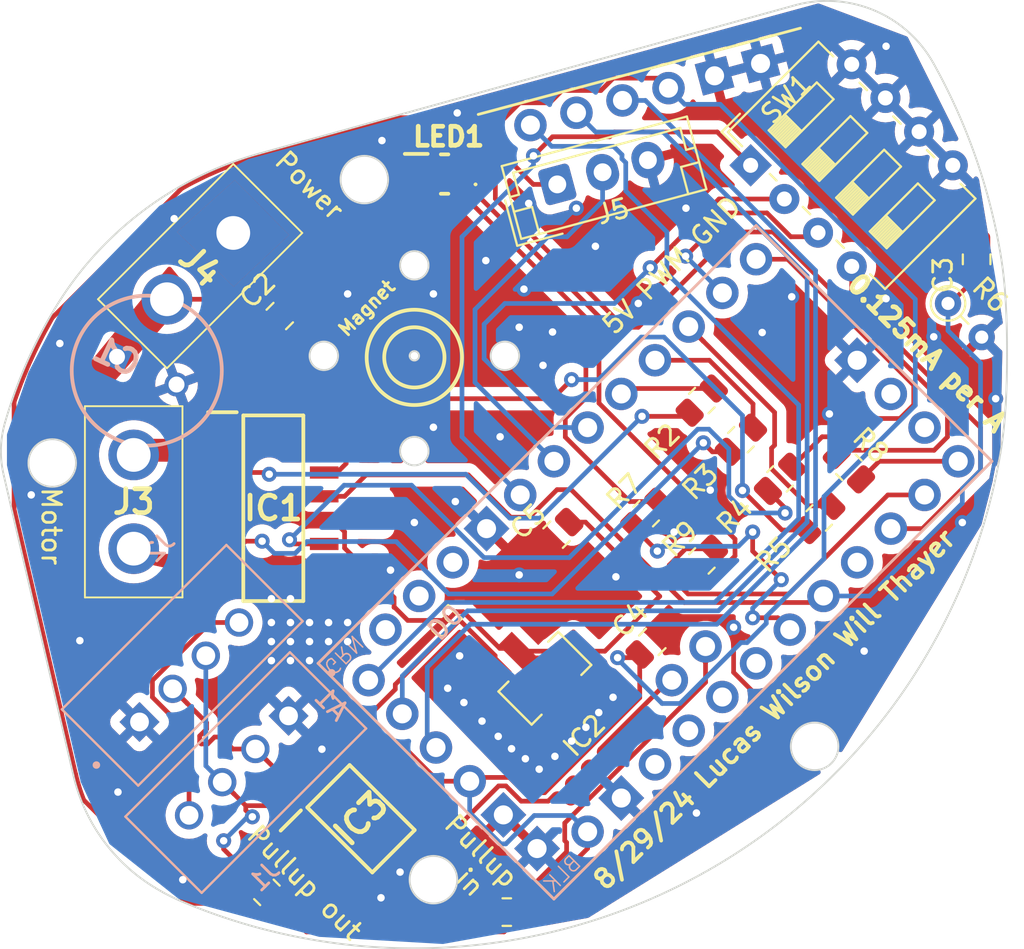
<source format=kicad_pcb>
(kicad_pcb (version 20240108) (generator "pcbnew") (generator_version "8.0")
  (layers (0 "F.Cu" signal) (31 "B.Cu" signal) (34 "B.Paste" user) (35 "F.Paste" user) (36 "B.SilkS" user "B.Silkscreen") (37 "F.SilkS" user "F.Silkscreen") (38 "B.Mask" user) (39 "F.Mask" user) (44 "Edge.Cuts" user))
  (net 0 "")
  (net 1 "GND")
  (net 2 "/OUTA")
  (net 3 "Net-(IC1-INA)")
  (net 4 "+24V")
  (net 5 "Net-(IC1-INB)")
  (net 6 "/OUTB")
  (net 7 "Net-(IC1-PWM)")
  (net 8 "+5V")
  (net 9 "Net-(IC1-SEL0)")
  (net 10 "Net-(A1-A4{slash}SDA)")
  (net 11 "Net-(A1-A5{slash}SCL)")
  (net 12 "Net-(IC1-CS)")
  (net 14 "Net-(A1-PadD5)")
  (net 15 "Net-(A1-PadD6)")
  (net 16 "Net-(A1-PadD9)")
  (net 17 "Net-(A1-PadD7)")
  (net 27 "Net-(A1-PadA1)")
  (net 28 "Net-(A1-D11_MOSI)")
  (net 29 "Net-(A1-D10_CS)")
  (net 30 "Net-(A1-D3_INT1)")
  (net 31 "Net-(LED1-K_RED)")
  (net 32 "Net-(LED1-K_BLUE)")
  (net 33 "Net-(LED1-K_GREEN)")
  (net 36 "Net-(IC3-LY)")
  (net 37 "Net-(IC3-SY)")
  (net 38 "Net-(A1-PadRXI)")
  (net 39 "Net-(A1-PadTXO)")
  (net 40 "Net-(A1-~{DTR})")
  (net 41 "Net-(J1-Pad4)")
  (net 42 "Net-(A1-D2_INT0)")
  (net 43 "Net-(A1-D12_MISO)")
  (net 44 "Net-(A1-PadD8)")
  (net 45 "Net-(A1-PadD4)")
  (footprint "SamacSys_Parts:XT30PB" (layer "F.Cu") (at 128.27 72.4408 -45)
    (property "Reference" "J4")
    (property "Value" "XT30PB" (hide yes))
  )
  (footprint "Resistor_SMD:R_0805_2012Metric" (layer "F.Cu") (at 157.4158 85.5543 45)
    (property "Reference" "R4")
    (property "Value" "1k")
  )
  (footprint "Connector_JST:JST_EH_B3B-EH-A_1x03_P2.50mm_Vertical" (layer "F.Cu") (at 145.542 69.85 15)
    (property "Reference" "J5")
    (property "Value" "Conn_01x03_Pin")
  )
  (footprint "Resistor_SMD:R_0805_2012Metric" (layer "F.Cu") (at 153.2484 89.9312 45)
    (property "Reference" "R9")
    (property "Value" "300" (hide yes))
  )
  (footprint "Resistor_SMD:R_0805_2012Metric" (layer "F.Cu") (at 153.2439 81.3823 -135)
    (property "Reference" "R2")
    (property "Value" "1k")
  )
  (footprint "Capacitor_SMD:C_0805_2012Metric" (layer "F.Cu") (at 145.502551 88.533049 45)
    (property "Reference" "C5")
    (property "Value" "470nF")
  )
  (footprint "Capacitor_SMD:C_0805_2012Metric" (layer "F.Cu") (at 130.7478 76.8718 45)
    (property "Reference" "C2")
    (property "Value" "100nF")
  )
  (footprint "Resistor_THT:R_Axial_DIN0204_L3.6mm_D1.6mm_P2.54mm_Vertical" (layer "F.Cu") (at 166.37 76.2 -45)
    (property "Reference" "R6")
    (property "Value" "Rsense")
  )
  (footprint "SamacSys_Parts:SOIC127P600X175-16N" (layer "F.Cu") (at 130.4036 87.122)
    (property "Reference" "IC1")
    (property "Value" "VNH7100BASTR" (hide yes))
  )
  (footprint "Resistor_SMD:R_0805_2012Metric" (layer "F.Cu") (at 155.3298 83.4683 -135)
    (property "Reference" "R3")
    (property "Value" "1k")
  )
  (footprint "Resistor_SMD:R_0805_2012Metric" (layer "F.Cu") (at 161.0868 84.9376 -45)
    (property "Reference" "R8")
    (property "Value" "220" (hide yes))
  )
  (footprint "Library:Clone_Pro_Mini_Header" (layer "F.Cu") (at 154.1882 79.7656 15)
    (property "Reference" "A2" (hide yes))
    (property "Value" "Clone_Pro_Mini_Header" (hide yes))
  )
  (footprint "Resistor_SMD:R_0805_2012Metric" (layer "F.Cu") (at 130.0632 107.6096 -45)
    (property "Reference" "R11" (hide yes))
    (property "Value" "15k")
  )
  (footprint "Library:VREG_TL431CPK" (layer "F.Cu") (at 144.7038 96.012 -135)
    (property "Reference" "IC2")
    (property "Value" "CJ79L05")
  )
  (footprint "Resistor_SMD:R_0805_2012Metric" (layer "F.Cu") (at 159.5018 87.6402 45)
    (property "Reference" "R5")
    (property "Value" "1k")
  )
  (footprint "Capacitor_SMD:C_0805_2012Metric" (layer "F.Cu") (at 150.607951 94.248049 45)
    (property "Reference" "C4")
    (property "Value" ".1uF")
  )
  (footprint "Resistor_SMD:R_0805_2012Metric" (layer "F.Cu") (at 150.2816 87.4116 45)
    (property "Reference" "R7")
    (property "Value" "220")
  )
  (footprint "SamacSys_Parts:NHB2020RGBAHF" (layer "F.Cu") (at 139.534 69.3)
    (property "Reference" "LED1")
    (property "Value" "NH-B2020RGBA-HF" (hide yes))
  )
  (footprint "Capacitor_SMD:C_0805_2012Metric" (layer "F.Cu") (at 167.894 73.847999 90)
    (property "Reference" "C3")
    (property "Value" "10nF")
  )
  (footprint "Button_Switch_THT:SW_DIP_SPSTx04_Slide_6.7x11.72mm_W7.62mm_P2.54mm_LowProfile" (layer "F.Cu") (at 155.847693 68.834 45)
    (property "Reference" "SW1")
    (property "Value" "SW_DIP_x04")
  )
  (footprint "SamacSys_Parts:XT30PB" (layer "F.Cu") (at 122.9614 84.2792)
    (property "Reference" "J3")
    (property "Value" "XT30PB" (hide yes))
  )
  (footprint "Resistor_SMD:R_0805_2012Metric" (layer "F.Cu") (at 142.8496 108.6612 180)
    (property "Reference" "R10" (hide yes))
    (property "Value" "4.7k")
  )
  (footprint "SamacSys_Parts:SOIC127P600X175-8N" (layer "F.Cu") (at 135.0772 103.6828 45)
    (property "Reference" "IC3")
    (property "Value" "P82B715DR" (hide yes))
  )
  (footprint "SamacSys_Parts:CAPPRD350W65D800H1300" (layer "B.Cu") (at 122.0724 79.0448 -25)
    (property "Reference" "C1")
    (property "Value" "EEU-FK1E271" (hide yes))
  )
  (footprint "Library:JST_B4B-XH-A_LF__SN_" (layer "B.Cu") (at 125.5519 95.4984 -135)
    (property "Reference" "J2")
    (property "Value" "B4B-XH-A_LF__SN_" (hide yes))
  )
  (footprint "arduino-library:Clone_Pro_Mini_Socket" (layer "B.Cu") (at 150.7496 90.0063 -45)
    (property "Reference" "A1")
    (property "Value" "Arduino_Mini_Header" (hide yes))
  )
  (footprint "Library:JST_B4B-XH-A_LF__SN_" (layer "B.Cu") (at 128.936 101.2193 45)
    (property "Reference" "J1")
    (property "Value" "B4B-XH-A_LF__SN_" (hide yes))
  )
  (gr_line (start 168.91 84.328) (end 168.656 85.598) (stroke (width 0.2)) (layer "F.Cu") (net 1))
  (gr_line (start 168.656 85.598) (end 168.91 84.328) (stroke (width 0.2)) (layer "B.Cu") (net 1))
  (gr_circle (center 137.922 79.076437) (end 140.462 78.994) (stroke (width 0.2)) (fill none) (layer "F.SilkS"))
  (gr_circle (center 137.922 79.076437) (end 139.528437 79.076437) (stroke (width 0.2)) (fill none) (layer "F.SilkS"))
  (gr_line (start 138.6332 68.2244) (end 137.414 68.2244) (stroke (width 0.2)) (layer "F.SilkS"))
  (gr_arc (start 158.193494 60.301978) (mid 162.429114 60.568514) (end 165.594397 63.395616) (stroke (width 0.1)) (layer "Edge.Cuts"))
  (gr_circle (center 137.922 74.168) (end 138.684 74.168) (stroke (width 0.1)) (fill none) (layer "Edge.Cuts"))
  (gr_arc (start 165.594398 63.395616) (mid 167.811397 68.312121) (end 169.164 73.533) (stroke (width 0.1)) (layer "Edge.Cuts"))
  (gr_arc (start 123.850392 107.206344) (mid 121.232793 104.689188) (end 119.75093 101.373772) (stroke (width 0.1)) (layer "Edge.Cuts"))
  (gr_circle (center 135.255 69.596) (end 136.525 69.596) (stroke (width 0.1)) (fill none) (layer "Edge.Cuts"))
  (gr_circle (center 138.938 106.934) (end 140.208 106.934) (stroke (width 0.1)) (fill none) (layer "Edge.Cuts"))
  (gr_circle (center 137.922 84.074) (end 138.684 84.074) (stroke (width 0.1)) (fill none) (layer "Edge.Cuts"))
  (gr_circle (center 142.748 78.994) (end 143.51 78.994) (stroke (width 0.1)) (fill none) (layer "Edge.Cuts"))
  (gr_circle (center 118.618 84.709) (end 119.888 84.709) (stroke (width 0.1)) (fill none) (layer "Edge.Cuts"))
  (gr_line (start 119.75093 101.373772) (end 116.027329 85.326842) (stroke (width 0.1)) (layer "Edge.Cuts"))
  (gr_arc (start 116.027329 85.326842) (mid 115.88691 83.937977) (end 116.100667 82.558494) (stroke (width 0.1)) (layer "Edge.Cuts"))
  (gr_arc (start 118.741955 76.501782) (mid 123.400806 71.306767) (end 129.653238 68.208353) (stroke (width 0.1)) (layer "Edge.Cuts"))
  (gr_arc (start 116.101807 82.554546) (mid 117.225046 79.442303) (end 118.741955 76.501775) (stroke (width 0.1)) (layer "Edge.Cuts"))
  (gr_circle (center 133.096 78.994) (end 133.858 78.994) (stroke (width 0.1)) (fill none) (layer "Edge.Cuts"))
  (gr_arc (start 125.544806 108.101913) (mid 124.67804 107.691135) (end 123.850392 107.206344) (stroke (width 0.1)) (layer "Edge.Cuts"))
  (gr_curve (pts (xy 169.164 84.175072) (xy 169.4499 82.493814) (xy 169.515989 80.724816) (xy 169.515989 78.854036)) (stroke (width 0.1)) (layer "Edge.Cuts"))
  (gr_curve (pts (xy 169.515989 78.854036) (xy 169.515989 76.983256) (xy 169.4499 75.214258) (xy 169.164 73.533)) (stroke (width 0.1)) (layer "Edge.Cuts"))
  (gr_circle (center 137.922 78.994) (end 138.176 78.994) (stroke (width 0.1)) (fill none) (layer "Edge.Cuts"))
  (gr_arc (start 169.164 84.175072) (mid 153.138084 106.682278) (end 125.544806 108.101913) (stroke (width 0.1)) (layer "Edge.Cuts"))
  (gr_circle (center 159.258 99.822) (end 160.528 99.822) (stroke (width 0.1)) (fill none) (layer "Edge.Cuts"))
  (gr_line (start 129.653238 68.208353) (end 158.193504 60.302014) (stroke (width 0.1)) (layer "Edge.Cuts"))
  (gr_text "Power" (at 132.334 69.9008 -45) (layer "F.SilkS") (effects (font (size 1 1))))
  (gr_text "Magnet" (at 135.382 76.454 45) (layer "F.SilkS") (effects (font (size 0.7 0.7))))
  (gr_text "Pullup out\n" (at 132.08 107.0864 -45) (layer "F.SilkS") (effects (font (size 1 1))))
  (gr_text "Motor" (at 118.5672 88.0872 270) (layer "F.SilkS") (effects (font (size 1 1))))
  (gr_text "Pullup\n  in\n" (at 140.9192 105.9688 315) (layer "F.SilkS") (effects (font (size 1 1))))
  (gr_text "5V PWM GND" (at 151.638 74.168 45) (layer "F.SilkS") (effects (font (size 1 1))))
  (gr_text "0.125mA per A\n" (at 160.782 75.184 315) (layer "F.SilkS") (effects (font (size 0.992 0.992) (thickness 0.248) (bold yes)) (justify left bottom)))
  (gr_text "8/29/24 Lucas Wilson Will Thayer\n" (at 148.082 107.696 45) (layer "F.SilkS") (effects (font (size 1 1) (thickness 0.2) (bold yes)) (justify left bottom)))
  (segment (start 154.94 95.877635) (end 157.106365 98.044) (width 0.25) (layer "F.Cu") (net 1))
  (segment (start 157.106365 98.044) (end 157.48 98.044) (width 0.25) (layer "F.Cu") (net 1))
  (segment (start 154.94 93.472) (end 154.94 95.877635) (width 0.25) (layer "F.Cu") (net 1))
  (via (at 161.8996 94.742) (size 0.8) (drill 0.4) (layers "F.Cu" "B.Cu") (net 1))
  (via (at 167.132 87.884) (size 0.8) (drill 0.4) (layers "F.Cu" "B.Cu") (net 1))
  (via (at 163.068 62.484) (size 0.8) (drill 0.4) (layers "F.Cu" "B.Cu") (net 1))
  (via (at 160.0454 82.0928) (size 0.8) (drill 0.4) (layers "F.Cu" "B.Cu") (net 1))
  (via (at 138.938 82.804) (size 0.8) (drill 0.4) (layers "F.Cu" "B.Cu") (net 1))
  (via (at 133.349999 94.234) (size 0.8) (drill 0.4) (layers "F.Cu" "B.Cu") (net 1))
  (via (at 132.334 93.218001) (size 0.8) (drill 0.4) (layers "F.Cu" "B.Cu") (net 1))
  (via (at 134.365999 93.218) (size 0.8) (drill 0.4) (layers "F.Cu" "B.Cu") (net 1))
  (via (at 117.5 86.4108) (size 0.8) (drill 0.4) (layers "F.Cu" "B.Cu") (net 1))
  (via (at 125.578 106.934) (size 0.8) (drill 0.4) (layers "F.Cu" "B.Cu") (net 1))
  (via (at 130.302 94.234) (size 0.8) (drill 0.4) (layers "F.Cu" "B.Cu") (net 1))
  (via (at 134.366 75.692) (size 0.8) (drill 0.4) (layers "F.Cu" "B.Cu") (net 1))
  (via (at 134.366 94.234) (size 0.8) (drill 0.4) (layers "F.Cu" "B.Cu") (net 1))
  (via (at 144.78 79.502) (size 0.8) (drill 0.4) (layers "F.Cu" "B.Cu") (net 1))
  (via (at 168.91 81.28) (size 0.8) (drill 0.4) (layers "F.Cu" "B.Cu") (net 1))
  (via (at 152.4 71.12) (size 0.8) (drill 0.4) (layers "F.Cu" "B.Cu") (net 1))
  (via (at 140.208 66.04) (size 0.8) (drill 0.4) (layers "F.Cu" "B.Cu") (net 1))
  (via (at 151.765 88.392) (size 0.8) (drill 0.4) (layers "F.Cu" "B.Cu") (net 1))
  (via (at 131.318 95.25) (size 0.8) (drill 0.4) (layers "F.Cu" "B.Cu") (net 1))
  (via (at 132.334 94.234) (size 0.8) (drill 0.4) (layers "F.Cu" "B.Cu") (net 1))
  (via (at 136.652 90.424) (size 0.8) (drill 0.4) (layers "F.Cu" "B.Cu") (net 1))
  (via (at 130.302 91.948) (size 0.8) (drill 0.4) (layers "F.Cu" "B.Cu") (net 1))
  (via (at 148.6662 90.7796) (size 0.8) (drill 0.4) (layers "F.Cu" "B.Cu") (net 1))
  (via (at 149.86 76.2) (size 0.8) (drill 0.4) (layers "F.Cu" "B.Cu") (net 1))
  (via (at 125.12 71.6788) (size 0.8) (drill 0.4) (layers "F.Cu" "B.Cu") (net 1))
  (via (at 133.35 93.218) (size 0.8) (drill 0.4) (layers "F.Cu" "B.Cu") (net 1))
  (via (at 143.51 90.678) (size 0.8) (drill 0.4) (layers "F.Cu" "B.Cu") (net 1))
  (via (at 137.922 87.884) (size 0.8) (drill 0.4) (layers "F.Cu" "B.Cu") (net 1))
  (via (at 132.334 95.249999) (size 0.8) (drill 0.4) (layers "F.Cu" "B.Cu") (net 1))
  (via (at 146.558 71.12) (size 0.8) (drill 0.4) (layers "F.Cu" "B.Cu") (net 1))
  (via (at 153.6954 86.1568) (size 0.8) (drill 0.4) (layers "F.Cu" "B.Cu") (net 1))
  (via (at 120.091 94.1832) (size 0.8) (drill 0.4) (layers "F.Cu" "B.Cu") (net 1))
  (via (at 163.068 75.946) (size 0.8) (drill 0.4) (layers "F.Cu" "B.Cu") (net 1))
  (via (at 142.494 83.312) (size 0.8) (drill 0.4) (layers "F.Cu" "B.Cu") (net 1))
  (via (at 143.51 77.47) (size 0.8) (drill 0.4) (layers "F.Cu" "B.Cu") (net 1))
  (via (at 131.318 93.218) (size 0.8) (drill 0.4) (layers "F.Cu" "B.Cu") (net 1))
  (via (at 165.608 77.978) (size 0.8) (drill 0.4) (layers "F.Cu" "B.Cu") (net 1))
  (via (at 119.024 78.3336) (size 0.8) (drill 0.4) (layers "F.Cu" "B.Cu") (net 1))
  (via (at 156.464 77.7494) (size 0.8) (drill 0.4) (layers "F.Cu" "B.Cu") (net 1))
  (via (at 141.732 73.914) (size 0.8) (drill 0.4) (layers "F.Cu" "B.Cu") (net 1))
  (via (at 144.018 70.866) (size 0.8) (drill 0.4) (layers "F.Cu" "B.Cu") (net 1))
  (via (at 152.959 103.378) (size 0.8) (drill 0.4) (layers "F.Cu" "B.Cu") (net 1))
  (via (at 132.994 99.9744) (size 0.8) (drill 0.4) (layers "F.Cu" "B.Cu") (net 1))
  (via (at 130.302001 93.218) (size 0.8) (drill 0.4) (layers "F.Cu" "B.Cu") (net 1))
  (via (at 130.302001 95.25) (size 0.8) (drill 0.4) (layers "F.Cu" "B.Cu") (net 1))
  (via (at 138.938 75.692) (size 0.8) (drill 0.4) (layers "F.Cu" "B.Cu") (net 1))
  (via (at 158.0388 75.8444) (size 0.8) (drill 0.4) (layers "F.Cu" "B.Cu") (net 1))
  (via (at 131.318001 94.234) (size 0.8) (drill 0.4) (layers "F.Cu" "B.Cu") (net 1))
  (via (at 147.574 73.152) (size 0.8) (drill 0.4) (layers "F.Cu" "B.Cu") (net 1))
  (via (at 143.764 75.438) (size 0.8) (drill 0.4) (layers "F.Cu" "B.Cu") (net 1))
  (via (at 136.144 107.899) (size 0.8) (drill 0.4) (layers "F.Cu" "B.Cu") (net 1))
  (via (at 131.318 91.948) (size 0.8) (drill 0.4) (layers "F.Cu" "B.Cu") (net 1))
  (via (at 140.1064 86.7664) (size 0.8) (drill 0.4) (layers "F.Cu" "B.Cu") (net 1))
  (via (at 145.288 77.724) (size 0.8) (drill 0.4) (layers "F.Cu" "B.Cu") (net 1))
  (via (at 136.195 67.5132) (size 0.8) (drill 0.4) (layers "F.Cu" "B.Cu") (net 1))
  (via (at 137.16 106.528) (size 0.8) (drill 0.4) (layers "F.Cu" "B.Cu") (net 1))
  (via (at 122.123 102.26) (size 0.8) (drill 0.4) (layers "F.Cu" "B.Cu") (net 1))
  (via (at 154.94 93.472) (size 0.8) (drill 0.4) (layers "F.Cu" "B.Cu") (net 1))
  (segment (start 127.692 85.217) (end 130.093 85.217) (width 0.25) (layer "F.Cu") (net 3))
  (segment (start 152.5988 82.0276) (end 152.5987 82.0275) (width 0.25) (layer "F.Cu") (net 3))
  (segment (start 152.404 82.2224) (end 152.599 82.0276) (width 0.25) (layer "F.Cu") (net 3))
  (segment (start 130.093 85.217) (end 130.186 85.3104) (width 0.25) (layer "F.Cu") (net 3))
  (segment (start 150.058 82.2224) (end 152.404 82.2224) (width 0.25) (layer "F.Cu") (net 3))
  (segment (start 152.599 82.0276) (end 152.5988 82.0276) (width 0.25) (layer "F.Cu") (net 3))
  (segment (start 127.6916 85.217) (end 127.692 85.217) (width 0.25) (layer "F.Cu") (net 3))
  (via (at 150.058 82.2224) (size 0.8) (drill 0.4) (layers "F.Cu" "B.Cu") (net 3))
  (via (at 130.186 85.3104) (size 0.8) (drill 0.4) (layers "F.Cu" "B.Cu") (net 3))
  (segment (start 144.631 87.649) (end 150.058 82.2224) (width 0.25) (layer "B.Cu") (net 3))
  (segment (start 130.186 85.3104) (end 140.666 85.3104) (width 0.25) (layer "B.Cu") (net 3))
  (segment (start 140.666 85.3104) (end 143.005 87.649) (width 0.25) (layer "B.Cu") (net 3))
  (segment (start 143.005 87.649) (end 144.631 87.649) (width 0.25) (layer "B.Cu") (net 3))
  (segment (start 136.873525 92.409802) (end 136.8418 92.409802) (width 0.25) (layer "F.Cu") (net 4))
  (segment (start 130.076 77.5436) (end 128.509 75.9763) (width 0.25) (layer "F.Cu") (net 4))
  (segment (start 136.8418 91.8838) (end 134.2031 89.2451) (width 0.25) (layer "F.Cu") (net 4))
  (segment (start 139.683537 93.106067) (end 137.56979 93.106067) (width 0.25) (layer "F.Cu") (net 4))
  (segment (start 143.289586 94.597786) (end 142.478182 94.597786) (width 0.25) (layer "F.Cu") (net 4))
  (segment (start 143.437809 94.746009) (end 143.289586 94.597786) (width 0.25) (layer "F.Cu") (net 4))
  (segment (start 134.2031 89.2451) (end 134.2031 88.377) (width 0.25) (layer "F.Cu") (net 4))
  (segment (start 147.043298 87.861298) (end 151.003 91.821) (width 0.25) (layer "F.Cu") (net 4))
  (segment (start 133.5831 87.757) (end 133.116 87.757) (width 0.25) (layer "F.Cu") (net 4))
  (segment (start 140.148604 92.641) (end 139.683537 93.106067) (width 0.25) (layer "F.Cu") (net 4))
  (segment (start 146.66 96.774) (end 146.66 96.7738) (width 0.25) (layer "F.Cu") (net 4))
  (segment (start 148.077991 94.746009) (end 143.437809 94.746009) (width 0.25) (layer "F.Cu") (net 4))
  (segment (start 137.56979 93.106067) (end 136.873525 92.409802) (width 0.25) (layer "F.Cu") (net 4))
  (segment (start 146.492 96.6068) (end 146.66 96.7738) (width 0.25) (layer "F.Cu") (net 4))
  (segment (start 142.478182 94.597786) (end 140.521396 92.641) (width 0.25) (layer "F.Cu") (net 4))
  (segment (start 124.7345 75.9763) (end 124.734 75.9763) (width 0.25) (layer "F.Cu") (net 4))
  (segment (start 140.521396 92.641) (end 140.148604 92.641) (width 0.25) (layer "F.Cu") (net 4))
  (segment (start 146.174302 87.861298) (end 147.043298 87.861298) (width 0.25) (layer "F.Cu") (net 4))
  (segment (start 146.66 96.7738) (end 146.66 96.774) (width 0.25) (layer "F.Cu") (net 4))
  (segment (start 146.6596 96.774) (end 146.66 96.774) (width 0.25) (layer "F.Cu") (net 4))
  (segment (start 128.509 75.9763) (end 124.7345 75.9763) (width 0.25) (layer "F.Cu") (net 4))
  (segment (start 134.2031 88.377) (end 133.5831 87.757) (width 0.25) (layer "F.Cu") (net 4))
  (segment (start 136.8418 92.409802) (end 136.8418 91.8838) (width 0.25) (layer "F.Cu") (net 4))
  (segment (start 151.003 91.821) (end 148.077991 94.746009) (width 0.25) (layer "F.Cu") (net 4))
  (via (at 147.066 98.806) (size 0.8) (drill 0.4) (layers "F.Cu" "B.Cu") (net 4))
  (via (at 139.7 96.7232) (size 0.8) (drill 0.4) (layers "F.Cu" "B.Cu") (net 4))
  (via (at 144.5768 101.0412) (size 0.8) (drill 0.4) (layers "F.Cu" "B.Cu") (net 4))
  (via (at 146.304 99.5426) (size 0.8) (drill 0.4) (layers "F.Cu" "B.Cu") (net 4))
  (via (at 141.5288 98.4758) (size 0.8) (drill 0.4) (layers "F.Cu" "B.Cu") (net 4))
  (via (at 143.8402 100.4824) (size 0.8) (drill 0.4) (layers "F.Cu" "B.Cu") (net 4))
  (via (at 140.335 94.996) (size 0.8) (drill 0.4) (layers "F.Cu" "B.Cu") (net 4))
  (via (at 148.5138 97.2058) (size 0.8) (drill 0.4) (layers "F.Cu" "B.Cu") (net 4))
  (via (at 143.1036 99.949) (size 0.8) (drill 0.4) (layers "F.Cu" "B.Cu") (net 4))
  (via (at 140.5636 97.4852) (size 0.8) (drill 0.4) (layers "F.Cu" "B.Cu") (net 4))
  (via (at 142.3924 99.2886) (size 0.8) (drill 0.4) (layers "F.Cu" "B.Cu") (net 4))
  (via (at 145.415 100.3554) (size 0.8) (drill 0.4) (layers "F.Cu" "B.Cu") (net 4))
  (via (at 147.7518 98.0186) (size 0.8) (drill 0.4) (layers "F.Cu" "B.Cu") (net 4))
  (segment (start 127.692 89.027) (end 127.6916 89.027) (width 0.25) (layer "F.Cu") (net 5))
  (segment (start 153.807 84.1135) (end 154.6846 84.1135) (width 0.25) (layer "F.Cu") (net 5))
  (segment (start 128.781 89.027) (end 127.692 89.027) (width 0.25) (layer "F.Cu") (net 5))
  (segment (start 153.327 83.6335) (end 153.807 84.1135) (width 0.25) (layer "F.Cu") (net 5))
  (segment (start 154.6846 84.1135) (end 154.685 84.1135) (width 0.25) (layer "F.Cu") (net 5))
  (segment (start 129.808 88.8793) (end 128.929 88.8793) (width 0.25) (layer "F.Cu") (net 5))
  (segment (start 128.929 88.8793) (end 128.781 89.027) (width 0.25) (layer "F.Cu") (net 5))
  (via (at 153.327 83.6335) (size 0.8) (drill 0.4) (layers "F.Cu" "B.Cu") (net 5))
  (via (at 129.808 88.8793) (size 0.8) (drill 0.4) (layers "F.Cu" "B.Cu") (net 5))
  (segment (start 132.197205 88.9) (end 136.955825 88.9) (width 0.25) (layer "B.Cu") (net 5))
  (segment (start 136.955825 88.9) (end 139.749825 91.694) (width 0.25) (layer "B.Cu") (net 5))
  (segment (start 131.567505 89.5297) (end 132.197205 88.9) (width 0.25) (layer "B.Cu") (net 5))
  (segment (start 129.808 88.8793) (end 130.4584 89.5297) (width 0.25) (layer "B.Cu") (net 5))
  (segment (start 139.749825 91.694) (end 145.2665 91.694) (width 0.25) (layer "B.Cu") (net 5))
  (segment (start 130.4584 89.5297) (end 131.567505 89.5297) (width 0.25) (layer "B.Cu") (net 5))
  (segment (start 145.2665 91.694) (end 153.327 83.6335) (width 0.25) (layer "B.Cu") (net 5))
  (segment (start 133.1156 89.027) (end 131.445 89.027) (width 0.25) (layer "F.Cu") (net 7))
  (segment (start 131.2672 88.8492) (end 131.2672 88.8047) (width 0.25) (layer "F.Cu") (net 7))
  (segment (start 131.445 89.027) (end 131.2672 88.8492) (width 0.25) (layer "F.Cu") (net 7))
  (segment (start 157.6832 87.376) (end 157.6832 87.11217) (width 0.25) (layer "F.Cu") (net 7))
  (segment (start 157.6832 87.11217) (end 156.770565 86.199535) (width 0.25) (layer "F.Cu") (net 7))
  (via (at 131.2672 88.8047) (size 0.8) (drill 0.4) (layers "F.Cu" "B.Cu") (net 7))
  (via (at 157.6832 87.376) (size 0.8) (drill 0.4) (layers "F.Cu" "B.Cu") (net 7))
  (segment (start 154.686 83.967195) (end 154.686 86.476105) (width 0.25) (layer "B.Cu") (net 7))
  (segment (start 153.624405 82.9056) (end 154.686 83.967195) (width 0.25) (layer "B.Cu") (net 7))
  (segment (start 155.585895 87.376) (end 157.6832 87.376) (width 0.25) (layer "B.Cu") (net 7))
  (segment (start 134.175989 85.895911) (end 137.77407 85.895911) (width 0.25) (layer "B.Cu") (net 7))
  (segment (start 131.2672 88.8047) (end 134.175989 85.895911) (width 0.25) (layer "B.Cu") (net 7))
  (segment (start 153.029595 82.9056) (end 153.624405 82.9056) (width 0.25) (layer "B.Cu") (net 7))
  (segment (start 154.686 86.476105) (end 155.585895 87.376) (width 0.25) (layer "B.Cu") (net 7))
  (segment (start 137.77407 85.895911) (end 141.634723 89.756564) (width 0.25) (layer "B.Cu") (net 7))
  (segment (start 141.634723 89.756564) (end 146.178631 89.756564) (width 0.25) (layer "B.Cu") (net 7))
  (segment (start 146.178631 89.756564) (end 153.029595 82.9056) (width 0.25) (layer "B.Cu") (net 7))
  (segment (start 129.74369 68.313003) (end 129.740487 68.31874) (width 0.25) (layer "F.Cu") (net 8))
  (segment (start 118.158184 77.797387) (end 117.734463 78.637817) (width 0.25) (layer "F.Cu") (net 8))
  (segment (start 136.906 96.780812) (end 135.647128 98.039684) (width 0.25) (layer "F.Cu") (net 8))
  (segment (start 135.647128 98.039684) (end 135.647128 100.418795) (width 0.25) (layer "F.Cu") (net 8))
  (segment (start 143.746 108.678) (end 143.754 108.6695) (width 0.25) (layer "F.Cu") (net 8))
  (segment (start 130.7084 108.2548) (end 130.708 108.2548) (width 0.25) (layer "F.Cu") (net 8))
  (segment (start 143.746 108.678) (end 143.754 108.6695) (width 0.25) (layer "F.Cu") (net 8))
  (segment (start 149.764037 95.091963) (end 149.9362 94.9198) (width 0.25) (layer "F.Cu") (net 8))
  (segment (start 120.120803 102.211689) (end 120.296018 102.682574) (width 0.25) (layer "F.Cu") (net 8))
  (segment (start 138.176 66.294) (end 137.031878 66.294) (width 0.25) (layer "F.Cu") (net 8))
  (segment (start 144.868 102.295208) (end 143.803225 102.295208) (width 0.25) (layer "F.Cu") (net 8))
  (segment (start 129.269116 68.452319) (end 128.440968 68.724652) (width 0.25) (layer "F.Cu") (net 8))
  (segment (start 143.696 108.727) (end 143.729 108.694) (width 0.25) (layer "F.Cu") (net 8))
  (segment (start 143.234 109.189) (end 143.498 108.925) (width 0.25) (layer "F.Cu") (net 8))
  (segment (start 127.627041 69.035827) (end 126.828793 69.385264) (width 0.25) (layer "F.Cu") (net 8))
  (segment (start 139.359 68.075) (end 138.684 68.75) (width 0.25) (layer "F.Cu") (net 8))
  (segment (start 143.63 108.793) (end 143.696 108.727) (width 0.25) (layer "F.Cu") (net 8))
  (segment (start 119.859279 101.2877) (end 119.864711 101.291026) (width 0.25) (layer "F.Cu") (net 8))
  (segment (start 142.988386 101.480369) (end 141.071582 101.480369) (width 0.25) (layer "F.Cu") (net 8))
  (segment (start 143.729 108.694) (end 143.746 108.678) (width 0.25) (layer "F.Cu") (net 8))
  (segment (start 143.754 108.6695) (end 143.762 108.661) (width 0.25) (layer "F.Cu") (net 8))
  (segment (start 125.595758 107.982314) (end 125.662494 108.010101) (width 0.25) (layer "F.Cu") (net 8))
  (segment (start 140.335 93.091) (end 136.906 96.52) (width 0.25) (layer "F.Cu") (net 8))
  (segment (start 143.746 108.678) (end 143.754 108.6695) (width 0.25) (layer "F.Cu") (net 8))
  (segment (start 130.708 108.2548) (end 130.708 108.255) (width 0.25) (layer "F.Cu") (net 8))
  (segment (start 143.696 108.727) (end 143.729 108.694) (width 0.25) (layer "F.Cu") (net 8))
  (segment (start 143.754 108.6695) (end 143.762 108.661) (width 0.25) (layer "F.Cu") (net 8))
  (segment (start 119.947659 101.635923) (end 120.120803 102.211689) (width 0.25) (layer "F.Cu") (net 8))
  (segment (start 143.729 108.694) (end 143.746 108.678) (width 0.25) (layer "F.Cu") (net 8))
  (segment (start 141.071582 101.480369) (end 140.871318 101.680633) (width 0.25) (layer "F.Cu") (net 8))
  (segment (start 125.662494 108.010101) (end 126.110375 108.196588) (width 0.25) (layer "F.Cu") (net 8))
  (segment (start 143.754 108.6695) (end 143.7621 108.6614) (width 0.25) (layer "F.Cu") (net 8))
  (segment (start 117.34221 79.493404) (end 116.98197 80.362967) (width 0.25) (layer "F.Cu") (net 8))
  (segment (start 143.498 108.925) (end 143.63 108.793) (width 0.25) (layer "F.Cu") (net 8))
  (segment (start 143.746 108.678) (end 143.754 108.6695) (width 0.25) (layer "F.Cu") (net 8))
  (segment (start 143.754 108.6695) (end 143.762 108.661) (width 0.25) (layer "F.Cu") (net 8))
  (segment (start 143.63 108.793) (end 143.696 108.727) (width 0.25) (layer "F.Cu") (net 8))
  (segment (start 143.729 108.694) (end 143.746 108.678) (width 0.25) (layer "F.Cu") (net 8))
  (segment (start 120.296018 102.682574) (end 125.595758 107.982314) (width 0.25) (layer "F.Cu") (net 8))
  (segment (start 138.684 68.75) (end 138.684 66.802) (width 0.25) (layer "F.Cu") (net 8))
  (segment (start 125.520202 70.065717) (end 118.612963 76.972956) (width 0.25) (layer "F.Cu") (net 8))
  (segment (start 135.6471 100.4188) (end 135.647 100.4189) (width 0.25) (layer "F.Cu") (net 8))
  (segment (start 137.031878 66.294) (end 129.74369 68.313003) (width 0.25) (layer "F.Cu") (net 8))
  (segment (start 126.828793 69.385264) (end 126.048005 69.772186) (width 0.25) (layer "F.Cu") (net 8))
  (segment (start 148.757343 95.091963) (end 149.764037 95.091963) (width 0.25) (layer "F.Cu") (net 8))
  (segment (start 141.859 67.183) (end 140.967 68.075) (width 0.25) (layer "F.Cu") (net 8))
  (segment (start 137.388315 99.878565) (end 139.190383 101.680633) (width 0.25) (layer "F.Cu") (net 8))
  (segment (start 129.740487 68.31874) (end 129.269116 68.452319) (width 0.25) (layer "F.Cu") (net 8))
  (segment (start 143.696 108.727) (end 143.729 108.694) (width 0.25) (layer "F.Cu") (net 8))
  (segment (start 149.9362 94.9198) (end 149.9362 97.227008) (width 0.25) (layer "F.Cu") (net 8))
  (segment (start 143.754 108.6695) (end 143.762 108.661) (width 0.25) (layer "F.Cu") (net 8))
  (segment (start 126.110375 108.196588) (end 130.650188 108.196588) (width 0.25) (layer "F.Cu") (net 8))
  (segment (start 136.187358 99.878565) (end 137.388315 99.878565) (width 0.25) (layer "F.Cu") (net 8))
  (segment (start 143.754 108.6695) (end 143.762 108.661) (width 0.25) (layer "F.Cu") (net 8))
  (segment (start 150.939325 64.184991) (end 148.524737 64.184991) (width 0.25) (layer "F.Cu") (net 8))
  (segment (start 130.708 108.255) (end 132.171 109.717) (width 0.25) (layer "F.Cu") (net 8))
  (segment (start 143.754 108.6695) (end 143.762 108.661) (width 0.25) (layer "F.Cu") (net 8))
  (segment (start 116.611709 87.292236) (end 117.522191 91.215975) (width 0.25) (layer "F.Cu") (net 8))
  (segment (start 117.734463 78.637817) (end 117.34221 79.493404) (width 0.25) (layer "F.Cu") (net 8))
  (segment (start 142.228926 95.658447) (end 142.228926 94.984926) (width 0.25) (layer "F.Cu") (net 8))
  (segment (start 143.63 108.793) (end 143.696 108.727) (width 0.25) (layer "F.Cu") (net 8))
  (segment (start 142.228926 94.984926) (end 140.335 93.091) (width 0.25) (layer "F.Cu") (net 8))
  (segment (start 143.63 108.793) (end 143.696 108.727) (width 0.25) (layer "F.Cu") (net 8))
  (segment (start 130.650188 108.196588) (end 130.708435 108.254835) (width 0.25) (layer "F.Cu") (net 8))
  (segment (start 145.796 64.842391) (end 145.1386 65.499791) (width 0.25) (layer "F.Cu") (net 8))
  (segment (start 136.906 96.52) (end 136.906 96.780812) (width 0.25) (layer "F.Cu") (net 8))
  (segment (start 147.1575 104.3747) (end 147.1578 104.375) (width 0.25) (layer "F.Cu") (net 8))
  (segment (start 143.746 108.678) (end 143.754 108.6695) (width 0.25) (layer "F.Cu") (net 8))
  (segment (start 140.871318 101.680633) (end 141.422767 101.680633) (width 0.25) (layer "F.Cu") (net 8))
  (segment (start 143.754 108.6695) (end 143.762 108.661) (width 0.25) (layer "F.Cu") (net 8))
  (segment (start 128.440968 68.724652) (end 127.627041 69.035827) (width 0.25) (layer "F.Cu") (net 8))
  (segment (start 116.586 81.45225) (end 116.586 87.181443) (width 0.25) (layer "F.Cu") (net 8))
  (segment (start 116.98197 80.362967) (end 116.654251 81.245276) (width 0.25) (layer "F.Cu") (net 8))
  (segment (start 118.612963 76.972956) (end 118.158184 77.797387) (width 0.25) (layer "F.Cu") (net 8))
  (segment (start 147.867337 64.842391) (end 145.796 64.842391) (width 0.25) (layer "F.Cu") (net 8))
  (segment (start 132.171 109.717) (end 142.706 109.717) (width 0.25) (layer "F.Cu") (net 8))
  (segment (start 116.654251 81.245276) (end 116.586 81.45225) (width 0.25) (layer "F.Cu") (net 8))
  (segment (start 143.803225 102.295208) (end 142.988386 101.480369) (width 0.25) (layer "F.Cu") (net 8))
  (segment (start 141.859 67.446305) (end 141.859 67.183) (width 0.25) (layer "F.Cu") (net 8))
  (segment (start 145.1386 65.499791) (end 143.542209 65.499791) (width 0.25) (layer "F.Cu") (net 8))
  (segment (start 143.696 108.727) (end 143.729 108.694) (width 0.25) (layer "F.Cu") (net 8))
  (segment (start 143.729 108.694) (end 143.746 108.678) (width 0.25) (layer "F.Cu") (net 8))
  (segment (start 143.7621 108.6614) (end 143.7621 108.6612) (width 0.25) (layer "F.Cu") (net 8))
  (segment (start 143.234 109.189) (end 143.498 108.925) (width 0.25) (layer "F.Cu") (net 8))
  (segment (start 142.706 109.717) (end 143.234 109.189) (width 0.25) (layer "F.Cu") (net 8))
  (segment (start 143.542209 65.499791) (end 141.859 67.183) (width 0.25) (layer "F.Cu") (net 8))
  (segment (start 117.522191 91.215975) (end 119.859279 101.2877) (width 0.25) (layer "F.Cu") (net 8))
  (segment (start 147.1578 104.375) (end 147.158 104.375) (width 0.25) (layer "F.Cu") (net 8))
  (segment (start 135.647 100.4189) (end 135.647 100.419) (width 0.25) (layer "F.Cu") (net 8))
  (segment (start 143.498 108.925) (end 143.63 108.793) (width 0.25) (layer "F.Cu") (net 8))
  (segment (start 139.190383 101.680633) (end 140.871318 101.680633) (width 0.25) (layer "F.Cu") (net 8))
  (segment (start 143.729 108.694) (end 143.746 108.678) (width 0.25) (layer "F.Cu") (net 8))
  (segment (start 147.158 105.266) (end 147.158 104.375) (width 0.25) (layer "F.Cu") (net 8))
  (segment (start 140.967 68.075) (end 139.359 68.075) (width 0.25) (layer "F.Cu") (net 8))
  (segment (start 143.762 108.661) (end 147.158 105.266) (width 0.25) (layer "F.Cu") (net 8))
  (segment (start 135.647128 100.418795) (end 136.187358 99.878565) (width 0.25) (layer "F.Cu") (net 8))
  (segment (start 144.262695 69.85) (end 141.859 67.446305) (width 0.25) (layer "F.Cu") (net 8))
  (segment (start 138.684 66.802) (end 138.176 66.294) (width 0.25) (layer "F.Cu") (net 8))
  (segment (start 143.696 108.727) (end 143.729 108.694) (width 0.25) (layer "F.Cu") (net 8))
  (segment (start 149.9362 97.227008) (end 144.868 102.295208) (width 0.25) (layer "F.Cu") (net 8))
  (segment (start 119.864711 101.291026) (end 119.947659 101.635923) (width 0.25) (layer "F.Cu") (net 8))
  (segment (start 143.746 108.678) (end 143.754 108.6695) (width 0.25) (layer "F.Cu") (net 8))
  (segment (start 143.498 108.925) (end 143.63 108.793) (width 0.25) (layer "F.Cu") (net 8))
  (segment (start 145.542 69.85) (end 144.262695 69.85) (width 0.25) (layer "F.Cu") (net 8))
  (segment (start 143.746 108.678) (end 143.754 108.6695) (width 0.25) (layer "F.Cu") (net 8))
  (segment (start 116.586 87.181443) (end 116.611709 87.292236) (width 0.25) (layer "F.Cu") (net 8))
  (segment (start 143.729 108.694) (end 143.746 108.678) (width 0.25) (layer "F.Cu") (net 8))
  (segment (start 151.470524 64.71619) (end 150.939325 64.184991) (width 0.25) (layer "F.Cu") (net 8))
  (segment (start 148.524737 64.184991) (end 147.867337 64.842391) (width 0.25) (layer "F.Cu") (net 8))
  (segment (start 126.048005 69.772186) (end 125.520202 70.065717) (width 0.25) (layer "F.Cu") (net 8))
  (via (at 148.757343 95.091963) (size 0.8) (drill 0.4) (layers "F.Cu" "B.Cu") (net 8))
  (segment (start 147.1575 104.3747) (end 147.1576 104.3746) (width 0.25) (layer "B.Cu") (net 8))
  (segment (start 147.157498 104.37471) (end 146.293899 103.511111) (width 0.25) (layer "B.Cu") (net 8))
  (segment (start 151.13 97.536) (end 148.685963 95.091963) (width 0.25) (layer "B.Cu") (net 8))
  (segment (start 159.7582 89.818999) (end 156.681 92.896199) (width 0.25) (layer "B.Cu") (net 8))
  (segment (start 148.685963 95.091963) (end 148.757343 95.091963) (width 0.25) (layer "B.Cu") (net 8))
  (segment (start 155.333317 94.287723) (end 152.08504 97.536) (width 0.25) (layer "B.Cu") (net 8))
  (segment (start 156.681 93.264305) (end 155.657582 94.287723) (width 0.25) (layer "B.Cu") (net 8))
  (segment (start 140.871318 103.361569) (end 140.871318 101.680633) (width 0.25) (layer "B.Cu") (net 8))
  (segment (start 164.625675 81.633495) (end 159.7582 86.50097) (width 0.25) (layer "B.Cu") (net 8))
  (segment (start 142.80199 105.022999) (end 142.532748 105.022999) (width 0.25) (layer "B.Cu") (net 8))
  (segment (start 151.470524 64.71619) (end 152.334123 65.579789) (width 0.25) (layer "B.Cu") (net 8))
  (segment (start 147.158 104.375) (end 147.1576 104.3746) (width 0.25) (layer "B.Cu") (net 8))
  (segment (start 159.7582 86.50097) (end 159.7582 89.818999) (width 0.25) (layer "B.Cu") (net 8))
  (segment (start 152.08504 97.536) (end 151.13 97.536) (width 0.25) (layer "B.Cu") (net 8))
  (segment (start 142.532748 105.022999) (end 140.871318 103.361569) (width 0.25) (layer "B.Cu") (net 8))
  (segment (start 164.625675 75.979675) (end 164.625675 81.633495) (width 0.25) (layer "B.Cu") (net 8))
  (segment (start 156.681 92.896199) (end 156.681 93.264305) (width 0.25) (layer "B.Cu") (net 8))
  (segment (start 155.657582 94.287723) (end 155.333317 94.287723) (width 0.25) (layer "B.Cu") (net 8))
  (segment (start 146.293899 103.511111) (end 144.313878 103.511111) (width 0.25) (layer "B.Cu") (net 8))
  (segment (start 144.313878 103.511111) (end 142.80199 105.022999) (width 0.25) (layer "B.Cu") (net 8))
  (segment (start 152.334123 65.579789) (end 154.225789 65.579789) (width 0.25) (layer "B.Cu") (net 8))
  (segment (start 154.225789 65.579789) (end 164.625675 75.979675) (width 0.25) (layer "B.Cu") (net 8))
  (segment (start 145.288 81.28) (end 136.652 81.28) (width 0.25) (layer "F.Cu") (net 9))
  (segment (start 136.652 81.28) (end 134.2878 83.6442) (width 0.25) (layer "F.Cu") (net 9))
  (segment (start 155.413 86.1778) (end 157.52 88.2854) (width 0.25) (layer "F.Cu") (net 9))
  (segment (start 146.304 80.264) (end 145.288 81.28) (width 0.25) (layer "F.Cu") (net 9))
  (segment (start 134.2878 83.6442) (end 134.2878 84.735378) (width 0.25) (layer "F.Cu") (net 9))
  (segment (start 133.806178 85.217) (end 133.1156 85.217) (width 0.25) (layer "F.Cu") (net 9))
  (segment (start 158.8566 88.2854) (end 158.857 88.2854) (width 0.25) (layer "F.Cu") (net 9))
  (segment (start 157.52 88.2854) (end 158.8566 88.2854) (width 0.25) (layer "F.Cu") (net 9))
  (segment (start 134.2878 84.735378) (end 133.806178 85.217) (width 0.25) (layer "F.Cu") (net 9))
  (via (at 146.304 80.264) (size 0.8) (drill 0.4) (layers "F.Cu" "B.Cu") (net 9))
  (via (at 155.413 86.1778) (size 0.8) (drill 0.4) (layers "F.Cu" "B.Cu") (net 9))
  (segment (start 151.228 77.9928) (end 155.413 82.1777) (width 0.25) (layer "B.Cu") (net 9))
  (segment (start 147.7468 80.264) (end 150.018 77.9928) (width 0.25) (layer "B.Cu") (net 9))
  (segment (start 155.413 82.1777) (end 155.413 86.1778) (width 0.25) (layer "B.Cu") (net 9))
  (segment (start 150.018 77.9928) (end 151.228 77.9928) (width 0.25) (layer "B.Cu") (net 9))
  (segment (start 146.304 80.264) (end 147.7468 80.264) (width 0.25) (layer "B.Cu") (net 9))
  (segment (start 133.6092 106.0488) (end 133.609 106.049) (width 0.25) (layer "F.Cu") (net 10))
  (segment (start 153.444 95.3616) (end 153.4437 95.3613) (width 0.25) (layer "F.Cu") (net 10))
  (segment (start 141.9371 108.4836) (end 141.9371 108.6612) (width 0.25) (layer "F.Cu") (net 10))
  (segment (start 146.038 104.949) (end 146.038 105.448) (width 0.25) (layer "F.Cu") (net 10))
  (segment (start 153.4437 95.3613) (end 153.4437 94.4964) (width 0.25) (layer "F.Cu") (net 10))
  (segment (start 141.937 108.306) (end 141.937 108.4835) (width 0.25) (layer "F.Cu") (net 10))
  (segment (start 145.939 104.85) (end 146.038 104.949) (width 0.25) (layer "F.Cu") (net 10))
  (segment (start 145.939 103.912) (end 145.939 104.85) (width 0.25) (layer "F.Cu") (net 10))
  (segment (start 153.444 96.4073) (end 148.011 101.84) (width 0.25) (layer "F.Cu") (net 10))
  (segment (start 143.892 107.594) (end 141.58 107.594) (width 0.25) (layer "F.Cu") (net 10))
  (segment (start 141.249 107.264) (end 139.263 105.277) (width 0.25) (layer "F.Cu") (net 10))
  (segment (start 153.444 94.4964) (end 153.444 95.3616) (width 0.25) (layer "F.Cu") (net 10))
  (segment (start 141.58 107.594) (end 141.249 107.264) (width 0.25) (layer "F.Cu") (net 10))
  (segment (start 141.937 108.129) (end 141.937 108.306) (width 0.25) (layer "F.Cu") (net 10))
  (segment (start 141.249 107.264) (end 141.937 107.952) (width 0.25) (layer "F.Cu") (net 10))
  (segment (start 141.937 108.129) (end 141.937 108.306) (width 0.25) (layer "F.Cu") (net 10))
  (segment (start 146.038 105.448) (end 143.892 107.594) (width 0.25) (layer "F.Cu") (net 10))
  (segment (start 134.381 105.277) (end 133.6092 106.0488) (width 0.25) (layer "F.Cu") (net 10))
  (segment (start 139.263 105.277) (end 134.381 105.277) (width 0.25) (layer "F.Cu") (net 10))
  (segment (start 148.011 101.84) (end 145.939 103.912) (width 0.25) (layer "F.Cu") (net 10))
  (segment (start 141.937 108.4835) (end 141.9371 108.4836) (width 0.25) (layer "F.Cu") (net 10))
  (segment (start 141.937 107.952) (end 141.937 108.129) (width 0.25) (layer "F.Cu") (net 10))
  (segment (start 141.937 108.4835) (end 141.937 108.661) (width 0.25) (layer "F.Cu") (net 10))
  (segment (start 153.444 95.3616) (end 153.444 96.4073) (width 0.25) (layer "F.Cu") (net 10))
  (segment (start 142.80199 101.930369) (end 142.417631 101.930369) (width 0.25) (layer "F.Cu") (net 11))
  (segment (start 142.417631 101.930369) (end 140.131 104.217) (width 0.25) (layer "F.Cu") (net 11))
  (segment (start 143.616829 102.745208) (end 142.80199 101.930369) (width 0.25) (layer "F.Cu") (net 11))
  (segment (start 145.054396 102.745208) (end 143.616829 102.745208) (width 0.25) (layer "F.Cu") (net 11))
  (segment (start 147.844241 100.294775) (end 148.211937 100.662471) (width 0.25) (layer "F.Cu") (net 11))
  (segment (start 151.648 96.5374) (end 151.262204 96.5374) (width 0.25) (layer "F.Cu") (net 11))
  (segment (start 151.648 97.027) (end 151.648 96.7824) (width 0.25) (layer "F.Cu") (net 11))
  (segment (start 145.077507 102.722097) (end 145.054396 102.745208) (width 0.25) (layer "F.Cu") (net 11))
  (segment (start 146.147182 101.652423) (end 146.147181 101.652423) (width 0.25) (layer "F.Cu") (net 11))
  (segment (start 146.514876 102.698943) (end 146.430025 102.783795) (width 0.25) (layer "F.Cu") (net 11))
  (segment (start 133.645 104.217) (end 132.711 105.151) (width 0.25) (layer "F.Cu") (net 11))
  (segment (start 146.995711 101.143305) (end 147.363407 101.511001) (width 0.25) (layer "F.Cu") (net 11))
  (segment (start 145.298652 102.500953) (end 145.077507 102.722097) (width 0.25) (layer "F.Cu") (net 11))
  (segment (start 140.131 104.217) (end 133.645 104.217) (width 0.25) (layer "F.Cu") (net 11))
  (segment (start 146.090613 102.783795) (end 145.722918 102.4161) (width 0.25) (layer "F.Cu") (net 11))
  (segment (start 147.080566 100.719041) (end 146.995712 100.803893) (width 0.25) (layer "F.Cu") (net 11))
  (segment (start 151.648 97.0274) (end 151.648 97.027) (width 0.25) (layer "F.Cu") (net 11))
  (segment (start 151.6476 96.537) (end 151.6476 96.2925) (width 0.25) (layer "F.Cu") (net 11))
  (segment (start 147.363406 101.850413) (end 147.278555 101.935265) (width 0.25) (layer "F.Cu") (net 11))
  (segment (start 151.648 96.5374) (end 151.6476 96.537) (width 0.25) (layer "F.Cu") (net 11))
  (segment (start 146.147181 101.991835) (end 146.514877 102.359531) (width 0.25) (layer "F.Cu") (net 11))
  (segment (start 146.995712 100.803893) (end 146.995711 100.803893) (width 0.25) (layer "F.Cu") (net 11))
  (segment (start 151.262204 96.5374) (end 147.844241 99.955363) (width 0.25) (layer "F.Cu") (net 11))
  (segment (start 147.787673 101.086735) (end 147.419978 100.71904) (width 0.25) (layer "F.Cu") (net 11))
  (segment (start 146.232036 101.567571) (end 146.147182 101.652423) (width 0.25) (layer "F.Cu") (net 11))
  (segment (start 146.939143 101.935265) (end 146.571448 101.56757) (width 0.25) (layer "F.Cu") (net 11))
  (segment (start 151.648 96.5374) (end 151.648 96.2925) (width 0.25) (layer "F.Cu") (net 11))
  (segment (start 145.383506 102.416101) (end 145.298652 102.500953) (width 0.25) (layer "F.Cu") (net 11))
  (segment (start 148.211936 101.001883) (end 148.127085 101.086735) (width 0.25) (layer "F.Cu") (net 11))
  (arc (start 147.419978 100.71904) (mid 147.250272 100.648746) (end 147.080566 100.719041) (width 0.25) (layer "F.Cu") (net 11))
  (arc (start 146.430025 102.783795) (mid 146.260318 102.854091) (end 146.090613 102.783795) (width 0.25) (layer "F.Cu") (net 11))
  (arc (start 148.127085 101.086735) (mid 147.957378 101.157031) (end 147.787673 101.086735) (width 0.25) (layer "F.Cu") (net 11))
  (arc (start 147.844241 99.955363) (mid 147.773945 100.12507) (end 147.844241 100.294775) (width 0.25) (layer "F.Cu") (net 11))
  (arc (start 146.514877 102.359531) (mid 146.585172 102.529236) (end 146.514876 102.698943) (width 0.25) (layer "F.Cu") (net 11))
  (arc (start 148.211937 100.662471) (mid 148.282232 100.832176) (end 148.211936 101.001883) (width 0.25) (layer "F.Cu") (net 11))
  (arc (start 145.722918 102.4161) (mid 145.553212 102.345806) (end 145.383506 102.416101) (width 0.25) (layer "F.Cu") (net 11))
  (arc (start 146.571448 101.56757) (mid 146.401742 101.497276) (end 146.232036 101.567571) (width 0.25) (layer "F.Cu") (net 11))
  (arc (start 147.278555 101.935265) (mid 147.108848 102.005561) (end 146.939143 101.935265) (width 0.25) (layer "F.Cu") (net 11))
  (arc (start 146.995711 100.803893) (mid 146.925415 100.9736) (end 146.995711 101.143305) (width 0.25) (layer "F.Cu") (net 11))
  (arc (start 147.363407 101.511001) (mid 147.433702 101.680706) (end 147.363406 101.850413) (width 0.25) (layer "F.Cu") (net 11))
  (arc (start 146.147181 101.652423) (mid 146.076885 101.82213) (end 146.147181 101.991835) (width 0.25) (layer "F.Cu") (net 11))
  (segment (start 150.660364 90.510564) (end 152.301 92.151) (width 0.25) (layer "F.Cu") (net 12))
  (segment (start 140.7979 85.344) (end 143.056698 87.602798) (width 0.25) (layer "F.Cu") (net 12))
  (segment (start 166.491998 76.2) (end 167.894 74.797998) (width 0.25) (layer "F.Cu") (net 12))
  (segment (start 145.529128 86.1314) (end 146.2812 86.1314) (width 0.25) (layer "F.Cu") (net 12))
  (segment (start 146.2812 86.1314) (end 150.660364 90.510564) (width 0.25) (layer "F.Cu") (net 12))
  (segment (start 166.37 76.2) (end 166.491998 76.2) (width 0.25) (layer "F.Cu") (net 12))
  (segment (start 144.05773 87.602798) (end 145.529128 86.1314) (width 0.25) (layer "F.Cu") (net 12))
  (segment (start 134.205 86.487) (end 135.348 85.344) (width 0.25) (layer "F.Cu") (net 12))
  (segment (start 159.3813 92.151) (end 159.7299 91.8024) (width 0.25) (layer "F.Cu") (net 12))
  (segment (start 152.301 92.151) (end 159.3813 92.151) (width 0.25) (layer "F.Cu") (net 12))
  (segment (start 143.056698 87.602798) (end 144.05773 87.602798) (width 0.25) (layer "F.Cu") (net 12))
  (segment (start 166.296498 76.126498) (end 166.37 76.2) (width 0.25) (layer "F.Cu") (net 12))
  (segment (start 133.1156 86.487) (end 134.205 86.487) (width 0.25) (layer "F.Cu") (net 12))
  (segment (start 135.348 85.344) (end 140.7979 85.344) (width 0.25) (layer "F.Cu") (net 12))
  (segment (start 168.102661 79.38223) (end 166.37 77.649569) (width 0.25) (layer "B.Cu") (net 12))
  (segment (start 159.73 91.8023) (end 159.7299 91.8024) (width 0.25) (layer "B.Cu") (net 12))
  (segment (start 159.729856 91.802351) (end 162.188344 91.802351) (width 0.25) (layer "B.Cu") (net 12))
  (segment (start 167.132 86.081142) (end 168.102661 85.110481) (width 0.25) (layer "B.Cu") (net 12))
  (segment (start 167.132 86.858695) (end 167.132 86.081142) (width 0.25) (layer "B.Cu") (net 12))
  (segment (start 168.102661 85.110481) (end 168.102661 79.38223) (width 0.25) (layer "B.Cu") (net 12))
  (segment (start 162.188344 91.802351) (end 167.132 86.858695) (width 0.25) (layer "B.Cu") (net 12))
  (segment (start 166.37 77.649569) (end 166.37 76.2) (width 0.25) (layer "B.Cu") (net 12))
  (segment (start 148.9535 81.026) (end 148.954 81.026) (width 0.25) (layer "F.Cu") (net 14))
  (segment (start 149.242 80.7371) (end 153.889 80.7371) (width 0.25) (layer "F.Cu") (net 14))
  (segment (start 148.954 81.026) (end 149.242 80.7371) (width 0.25) (layer "F.Cu") (net 14))
  (segment (start 153.889 80.7371) (end 153.8891 80.7371) (width 0.25) (layer "F.Cu") (net 14))
  (segment (start 153.647 79.23) (end 150.75 79.23) (width 0.25) (layer "F.Cu") (net 15))
  (segment (start 150.75 79.23) (end 150.7496 79.23) (width 0.25) (layer "F.Cu") (net 15))
  (segment (start 155.975 81.5576) (end 153.647 79.23) (width 0.25) (layer "F.Cu") (net 15))
  (segment (start 155.975 82.8231) (end 155.975 81.5576) (width 0.25) (layer "F.Cu") (net 15))
  (segment (start 164.542 81.6025) (end 164.542 80.561) (width 0.25) (layer "F.Cu") (net 16))
  (segment (start 158.061 84.9091) (end 159.6581 83.312) (width 0.25) (layer "F.Cu") (net 16))
  (segment (start 164.542 80.561) (end 157.822 73.8418) (width 0.25) (layer "F.Cu") (net 16))
  (segment (start 159.6581 83.312) (end 160.237526 83.312) (width 0.25) (layer "F.Cu") (net 16))
  (segment (start 157.822 73.8418) (end 156.1378 73.8418) (width 0.25) (layer "F.Cu") (net 16))
  (segment (start 163.807 82.3366) (end 164.542 81.6025) (width 0.25) (layer "F.Cu") (net 16))
  (segment (start 161.212926 82.3366) (end 163.807 82.3366) (width 0.25) (layer "F.Cu") (net 16))
  (segment (start 160.237526 83.312) (end 161.212926 82.3366) (width 0.25) (layer "F.Cu") (net 16))
  (segment (start 156.964 85.0228) (end 156.964 83.9204) (width 0.25) (layer "F.Cu") (net 17))
  (segment (start 152.546 77.4339) (end 153.332 78.2194) (width 0.25) (layer "F.Cu") (net 17))
  (segment (start 153.332 78.2194) (end 153.331 78.2194) (width 0.25) (layer "F.Cu") (net 17))
  (segment (start 160.147 86.995) (end 158.936 86.995) (width 0.25) (layer "F.Cu") (net 17))
  (segment (start 156.964 83.9204) (end 157.126 83.7586) (width 0.25) (layer "F.Cu") (net 17))
  (segment (start 157.126 83.7586) (end 157.126 82.0137) (width 0.25) (layer "F.Cu") (net 17))
  (segment (start 158.936 86.995) (end 156.964 85.0228) (width 0.25) (layer "F.Cu") (net 17))
  (segment (start 153.331 78.2194) (end 152.546 77.4339) (width 0.25) (layer "F.Cu") (net 17))
  (segment (start 152.5457 77.4339) (end 152.546 77.4339) (width 0.25) (layer "F.Cu") (net 17))
  (segment (start 157.126 82.0137) (end 153.332 78.2194) (width 0.25) (layer "F.Cu") (net 17))
  (segment (start 149.636365 88.056835) (end 149.636365 88.168365) (width 0.25) (layer "F.Cu") (net 27))
  (segment (start 157.933805 93.598402) (end 157.299403 92.964) (width 0.25) (layer "F.Cu") (net 27))
  (segment (start 157.48 90.932) (end 155.956 89.408) (width 0.25) (layer "F.Cu") (net 27))
  (segment (start 155.956 89.408) (end 155.956 88.392) (width 0.25) (layer "F.Cu") (net 27))
  (segment (start 149.636365 88.168365) (end 150.876 89.408) (width 0.25) (layer "F.Cu") (net 27))
  (segment (start 157.299403 92.964) (end 155.956 92.964) (width 0.25) (layer "F.Cu") (net 27))
  (via (at 150.876 89.408) (size 0.8) (drill 0.4) (layers "F.Cu" "B.Cu") (net 27))
  (via (at 155.956 92.964) (size 0.8) (drill 0.4) (layers "F.Cu" "B.Cu") (net 27))
  (via (at 157.48 90.932) (size 0.8) (drill 0.4) (layers "F.Cu" "B.Cu") (net 27))
  (via (at 155.956 88.392) (size 0.8) (drill 0.4) (layers "F.Cu" "B.Cu") (net 27))
  (segment (start 155.194 89.154) (end 151.13 89.154) (width 0.25) (layer "B.Cu") (net 27))
  (segment (start 155.956 88.392) (end 155.194 89.154) (width 0.25) (layer "B.Cu") (net 27))
  (segment (start 151.13 89.154) (end 150.876 89.408) (width 0.25) (layer "B.Cu") (net 27))
  (segment (start 155.956 92.456) (end 157.48 90.932) (width 0.25) (layer "B.Cu") (net 27))
  (segment (start 157.48 90.932) (end 157.226 91.186) (width 0.25) (layer "B.Cu") (net 27))
  (segment (start 155.956 92.964) (end 155.956 92.456) (width 0.25) (layer "B.Cu") (net 27))
  (segment (start 157.883 91.6942) (end 163.163 86.4142) (width 0.25) (layer "F.Cu") (net 28))
  (segment (start 151.509 90.1559) (end 151.509 90.6907) (width 0.25) (layer "F.Cu") (net 28))
  (segment (start 151.509 90.6907) (end 152.513 91.6942) (width 0.25) (layer "F.Cu") (net 28))
  (segment (start 152.379 89.286) (end 151.509 90.1559) (width 0.25) (layer "F.Cu") (net 28))
  (segment (start 152.513 91.6942) (end 157.883 91.6942) (width 0.25) (layer "F.Cu") (net 28))
  (segment (start 153.8936 89.286) (end 152.379 89.286) (width 0.25) (layer "F.Cu") (net 28))
  (segment (start 163.163 86.4142) (end 165.118 86.4142) (width 0.25) (layer "F.Cu") (net 28))
  (segment (start 153.894 89.286) (end 153.8936 89.286) (width 0.25) (layer "F.Cu") (net 28))
  (segment (start 166.914 84.6181) (end 162.697 84.6181) (width 0.25) (layer "F.Cu") (net 29))
  (segment (start 166.914 84.6181) (end 166.9141 84.6181) (width 0.25) (layer "F.Cu") (net 29))
  (segment (start 162.697 84.6181) (end 161.732 85.5828) (width 0.25) (layer "F.Cu") (net 29))
  (segment (start 141.156121 76.521879) (end 141.156121 80.412821) (width 0.25) (layer "B.Cu") (net 30))
  (segment (start 147.956815 69.202952) (end 147.956815 70.74649) (width 0.25) (layer "B.Cu") (net 30))
  (segment (start 147.956815 70.74649) (end 146.059305 72.644) (width 0.25) (layer "B.Cu") (net 30))
  (segment (start 141.156121 80.412821) (end 145.361446 84.618146) (width 0.25) (layer "B.Cu") (net 30))
  (segment (start 146.059305 72.644) (end 145.034 72.644) (width 0.25) (layer "B.Cu") (net 30))
  (segment (start 145.034 72.644) (end 141.156121 76.521879) (width 0.25) (layer "B.Cu") (net 30))
  (segment (start 155.015 88.76843) (end 155.015 89.6645) (width 0.25) (layer "F.Cu") (net 31))
  (segment (start 140.384 69.85) (end 140.716 69.85) (width 0.25) (layer "F.Cu") (net 31))
  (segment (start 147.764949 76.898949) (end 147.764949 81.518379) (width 0.25) (layer "F.Cu") (net 31))
  (segment (start 154.104 90.5764) (end 152.603 90.5764) (width 0.25) (layer "F.Cu") (net 31))
  (segment (start 140.716 69.85) (end 147.764949 76.898949) (width 0.25) (layer "F.Cu") (net 31))
  (segment (start 155.015 89.6645) (end 154.104 90.5764) (width 0.25) (layer "F.Cu") (net 31))
  (segment (start 147.764949 81.518379) (end 155.015 88.76843) (width 0.25) (layer "F.Cu") (net 31))
  (segment (start 147.066 81.232658) (end 147.066 76.962) (width 0.25) (layer "F.Cu") (net 32))
  (segment (start 150.927 86.7664) (end 149.407 86.7664) (width 0.25) (layer "F.Cu") (net 32))
  (segment (start 139.446 70.612) (end 138.684 69.85) (width 0.25) (layer "F.Cu") (net 32))
  (segment (start 149.407 86.7664) (end 145.968898 83.328298) (width 0.25) (layer "F.Cu") (net 32))
  (segment (start 145.968898 82.32976) (end 147.066 81.232658) (width 0.25) (layer "F.Cu") (net 32))
  (segment (start 145.968898 83.328298) (end 145.968898 82.32976) (width 0.25) (layer "F.Cu") (net 32))
  (segment (start 147.066 76.962) (end 140.716 70.612) (width 0.25) (layer "F.Cu") (net 32))
  (segment (start 140.716 70.612) (end 139.446 70.612) (width 0.25) (layer "F.Cu") (net 32))
  (segment (start 165.628 84.0303) (end 160.704 84.0303) (width 0.25) (layer "F.Cu") (net 33))
  (segment (start 140.384 68.75) (end 142.156 68.75) (width 0.25) (layer "F.Cu") (net 33))
  (segment (start 166.339 83.3189) (end 165.628 84.0303) (width 0.25) (layer "F.Cu") (net 33))
  (segment (start 142.156 68.75) (end 142.24 68.834) (width 0.25) (layer "F.Cu") (net 33))
  (segment (start 142.24 68.834) (end 142.24 70.612) (width 0.25) (layer "F.Cu") (net 33))
  (segment (start 142.24 70.612) (end 149.098 77.47) (width 0.25) (layer "F.Cu") (net 33))
  (segment (start 157.0352 72.39) (end 166.339 81.6938) (width 0.25) (layer "F.Cu") (net 33))
  (segment (start 160.442 84.2924) (end 160.4416 84.2924) (width 0.25) (layer "F.Cu") (net 33))
  (segment (start 154.94 72.39) (end 157.0352 72.39) (width 0.25) (layer "F.Cu") (net 33))
  (segment (start 149.098 77.47) (end 149.86 77.47) (width 0.25) (layer "F.Cu") (net 33))
  (segment (start 160.704 84.0303) (end 160.442 84.2924) (width 0.25) (layer "F.Cu") (net 33))
  (segment (start 166.339 81.6938) (end 166.339 83.3189) (width 0.25) (layer "F.Cu") (net 33))
  (segment (start 149.86 77.47) (end 154.94 72.39) (width 0.25) (layer "F.Cu") (net 33))
  (segment (start 126.762 98.4766) (end 126.847 98.5614) (width 0.25) (layer "F.Cu") (net 36))
  (segment (start 126.479 99.6079) (end 126.564 99.6928) (width 0.25) (layer "F.Cu") (net 36))
  (segment (start 126.601 98.3149) (end 126.762 98.4766) (width 0.25) (layer "F.Cu") (net 36))
  (segment (start 131.573 102.088) (end 135.774 102.088) (width 0.25) (layer "F.Cu") (net 36))
  (segment (start 126.847 98.9008) (end 126.479 99.2685) (width 0.25) (layer "F.Cu") (net 36))
  (segment (start 126.904 99.6928) (end 127.271 99.3251) (width 0.25) (layer "F.Cu") (net 36))
  (segment (start 135.774 102.088) (end 136.545 101.317) (width 0.25) (layer "F.Cu") (net 36))
  (segment (start 127.271 99.3251) (end 127.611 99.3251) (width 0.25) (layer "F.Cu") (net 36))
  (segment (start 126.847 98.5614) (end 126.847 98.9008) (width 0.25) (layer "F.Cu") (net 36))
  (segment (start 125.039 96.7535) (end 125.82 97.5342) (width 0.25) (layer "F.Cu") (net 36))
  (segment (start 130.812 101.667) (end 131.152 101.667) (width 0.25) (layer "F.Cu") (net 36))
  (segment (start 131.152 101.667) (end 131.573 102.088) (width 0.25) (layer "F.Cu") (net 36))
  (segment (start 129.449 99.9642) (end 130.051 100.567) (width 0.25) (layer "F.Cu") (net 36))
  (segment (start 136.545 101.317) (end 136.5452 101.3168) (width 0.25) (layer "F.Cu") (net 36))
  (segment (start 130.388 101.243) (end 130.02 101.611) (width 0.25) (layer "F.Cu") (net 36))
  (segment (start 129.4487 99.9642) (end 129.449 99.9642) (width 0.25) (layer "F.Cu") (net 36))
  (segment (start 130.388 100.904) (end 130.388 101.243) (width 0.25) (layer "F.Cu") (net 36))
  (segment (start 130.105 102.035) (end 130.445 102.035) (width 0.25) (layer "F.Cu") (net 36))
  (segment (start 128.25 99.9642) (end 129.4487 99.9642) (width 0.25) (layer "F.Cu") (net 36))
  (segment (start 125.8199 97.5342) (end 125.0392 96.7535) (width 0.25) (layer "F.Cu") (net 36))
  (segment (start 126.479 99.2685) (end 126.479 99.6079) (width 0.25) (layer "F.Cu") (net 36))
  (segment (start 130.02 101.611) (end 130.02 101.95) (width 0.25) (layer "F.Cu") (net 36))
  (segment (start 127.611 99.3251) (end 128.25 99.9642) (width 0.25) (layer "F.Cu") (net 36))
  (segment (start 130.051 100.567) (end 130.388 100.904) (width 0.25) (layer "F.Cu") (net 36))
  (segment (start 125.82 97.5342) (end 126.601 98.3149) (width 0.25) (layer "F.Cu") (net 36))
  (segment (start 126.564 99.6928) (end 126.904 99.6928) (width 0.25) (layer "F.Cu") (net 36))
  (segment (start 130.02 101.95) (end 130.105 102.035) (width 0.25) (layer "F.Cu") (net 36))
  (segment (start 130.445 102.035) (end 130.812 101.667) (width 0.25) (layer "F.Cu") (net 36))
  (segment (start 125.82 97.5342) (end 125.8199 97.5342) (width 0.25) (layer "F.Cu") (net 36))
  (segment (start 128.365 105.912) (end 128.816 106.363) (width 0.25) (layer "F.Cu") (net 37))
  (segment (start 128.366 105.912) (end 129.418 106.964) (width 0.25) (layer "F.Cu") (net 37))
  (segment (start 128.308 102.359) (end 128.3079 102.359) (width 0.25) (layer "F.Cu") (net 37))
  (segment (start 136.672 102.986) (end 137.443 102.215) (width 0.25) (layer "F.Cu") (net 37))
  (segment (start 128.365 105.912) (end 128.366 105.912) (width 0.25) (layer "F.Cu") (net 37))
  (segment (start 128.935 102.986) (end 136.672 102.986) (width 0.25) (layer "F.Cu") (net 37))
  (segment (start 137.443 102.215) (end 137.4432 102.2148) (width 0.25) (layer "F.Cu") (net 37))
  (segment (start 128.935 103.23) (end 129.286 103.581) (width 0.25) (layer "F.Cu") (net 37))
  (segment (start 127.757 105.303) (end 127.914 105.461) (width 0.25) (layer "F.Cu") (net 37))
  (segment (start 128.935 102.986) (end 128.935 103.23) (width 0.25) (layer "F.Cu") (net 37))
  (segment (start 128.3079 102.359) (end 127.6809 101.732) (width 0.25) (layer "F.Cu") (net 37))
  (segment (start 127.914 105.461) (end 128.365 105.912) (width 0.25) (layer "F.Cu") (net 37))
  (segment (start 127.757 104.857) (end 127.757 105.303) (width 0.25) (layer "F.Cu") (net 37))
  (segment (start 128.308 102.359) (end 128.935 102.986) (width 0.25) (layer "F.Cu") (net 37))
  (segment (start 127.681 101.732) (end 128.308 102.359) (width 0.25) (layer "F.Cu") (net 37))
  (segment (start 129.418 106.964) (end 129.418 106.9644) (width 0.25) (layer "F.Cu") (net 37))
  (via (at 127.757 104.857) (size 0.8) (drill 0.4) (layers "F.Cu" "B.Cu") (net 37))
  (via (at 129.286 103.581) (size 0.8) (drill 0.4) (layers "F.Cu" "B.Cu") (net 37))
  (segment (start 127.6809 101.7319) (end 126.807 100.858) (width 0.25) (layer "B.Cu") (net 37))
  (segment (start 127.757 104.857) (end 129.032 103.581) (width 0.25) (layer "B.Cu") (net 37))
  (segment (start 126.807 100.858) (end 126.807 94.9857) (width 0.25) (layer "B.Cu") (net 37))
  (segment (start 127.681 101.732) (end 127.6809 101.7319) (width 0.25) (layer "B.Cu") (net 37))
  (segment (start 129.032 103.581) (end 129.286 103.581) (width 0.25) (layer "B.Cu") (net 37))
  (segment (start 127.6809 101.7319) (end 127.6809 101.732) (width 0.25) (layer "B.Cu") (net 37))
  (segment (start 140.905572 93.307828) (end 138.6078 95.6056) (width 0.25) (layer "B.Cu") (net 38))
  (segment (start 138.6078 95.6056) (end 138.6078 99.417115) (width 0.25) (layer "B.Cu") (net 38))
  (segment (start 138.6078 99.417115) (end 139.075267 99.884582) (width 0.25) (layer "B.Cu") (net 38))
  (segment (start 150.238386 65.373591) (end 159.3082 74.443405) (width 0.25) (layer "B.Cu") (net 38))
  (segment (start 159.3082 88.049097) (end 154.049469 93.307828) (width 0.25) (layer "B.Cu") (net 38))
  (segment (start 159.3082 74.443405) (end 159.3082 88.049097) (width 0.25) (layer "B.Cu") (net 38))
  (segment (start 149.017072 65.373591) (end 150.238386 65.373591) (width 0.25) (layer "B.Cu") (net 38))
  (segment (start 154.049469 93.307828) (end 140.905572 93.307828) (width 0.25) (layer "B.Cu") (net 38))
  (segment (start 137.279216 96.070584) (end 137.279216 98.088531) (width 0.25) (layer "B.Cu") (net 39))
  (segment (start 140.7558 92.594) (end 137.279216 96.070584) (width 0.25) (layer "B.Cu") (net 39))
  (segment (start 158.8582 74.731373) (end 158.8582 87.862701) (width 0.25) (layer "B.Cu") (net 39))
  (segment (start 146.56362 66.030991) (end 147.588629 67.056) (width 0.25) (layer "B.Cu") (net 39))
  (segment (start 147.588629 67.056) (end 151.182827 67.056) (width 0.25) (layer "B.Cu") (net 39))
  (segment (start 154.126901 92.594) (end 140.7558 92.594) (width 0.25) (layer "B.Cu") (net 39))
  (segment (start 151.182827 67.056) (end 158.8582 74.731373) (width 0.25) (layer "B.Cu") (net 39))
  (segment (start 158.8582 87.862701) (end 154.126901 92.594) (width 0.25) (layer "B.Cu") (net 39))
  (segment (start 148.541566 67.821281) (end 148.989439 68.269154) (width 0.25) (layer "B.Cu") (net 40))
  (segment (start 158.4082 81.615555) (end 158.4082 87.676305) (width 0.25) (layer "B.Cu") (net 40))
  (segment (start 149.191403 68.691089) (end 149.191403 70.197403) (width 0.25) (layer "B.Cu") (net 40))
  (segment (start 144.110169 66.688391) (end 145.243059 67.821281) (width 0.25) (layer "B.Cu") (net 40))
  (segment (start 158.4082 87.676305) (end 153.940505 92.144) (width 0.25) (layer "B.Cu") (net 40))
  (segment (start 151.384 72.39) (end 151.384 74.591355) (width 0.25) (layer "B.Cu") (net 40))
  (segment (start 149.191403 70.197403) (end 151.384 72.39) (width 0.25) (layer "B.Cu") (net 40))
  (segment (start 153.940505 92.144) (end 139.631644 92.144) (width 0.25) (layer "B.Cu") (net 40))
  (segment (start 151.384 74.591355) (end 158.4082 81.615555) (width 0.25) (layer "B.Cu") (net 40))
  (segment (start 144.110169 66.688391) (end 144.444907 66.688391) (width 0.25) (layer "B.Cu") (net 40))
  (segment (start 145.243059 67.821281) (end 148.541566 67.821281) (width 0.25) (layer "B.Cu") (net 40))
  (segment (start 139.631644 92.144) (end 135.483165 96.292479) (width 0.25) (layer "B.Cu") (net 40))
  (segment (start 148.989439 68.269154) (end 148.989439 68.489125) (width 0.25) (layer "B.Cu") (net 40))
  (segment (start 148.989439 68.489125) (end 149.191403 68.691089) (width 0.25) (layer "B.Cu") (net 40))
  (segment (start 128.574781 93.217981) (end 127.048845 93.217981) (width 0.25) (layer "F.Cu") (net 41))
  (segment (start 125.913119 99.153323) (end 125.913119 103.499719) (width 0.25) (layer "F.Cu") (net 41))
  (segment (start 125.913 103.5) (end 125.9131 103.5) (width 0.25) (layer "F.Cu") (net 41))
  (segment (start 125.9131 103.4997) (end 125.9131 103.5) (width 0.25) (layer "F.Cu") (net 41))
  (segment (start 127.048845 93.217981) (end 123.960248 96.306578) (width 0.25) (layer "F.Cu") (net 41))
  (segment (start 123.960248 97.200452) (end 125.913119 99.153323) (width 0.25) (layer "F.Cu") (net 41))
  (segment (start 123.960248 96.306578) (end 123.960248 97.200452) (width 0.25) (layer "F.Cu") (net 41))
  (segment (start 144.272 68.326) (end 145.288 67.31) (width 0.25) (layer "F.Cu") (net 42))
  (segment (start 145.288 67.31) (end 148.336 67.31) (width 0.25) (layer "F.Cu") (net 42))
  (segment (start 148.59 67.056) (end 154.069693 67.056) (width 0.25) (layer "F.Cu") (net 42))
  (segment (start 154.069693 67.056) (end 155.847693 68.834) (width 0.25) (layer "F.Cu") (net 42))
  (segment (start 148.336 67.31) (end 148.59 67.056) (width 0.25) (layer "F.Cu") (net 42))
  (via (at 144.272 68.326) (size 0.8) (drill 0.4) (layers "F.Cu" "B.Cu") (net 42))
  (segment (start 144.272 68.834) (end 140.462 72.644) (width 0.25) (layer "B.Cu") (net 42))
  (segment (start 140.462 83.310803) (end 143.565395 86.414198) (width 0.25) (layer "B.Cu") (net 42))
  (segment (start 144.272 68.326) (end 144.272 68.834) (width 0.25) (layer "B.Cu") (net 42))
  (segment (start 140.462 72.644) (end 140.462 83.310803) (width 0.25) (layer "B.Cu") (net 42))
  (segment (start 161.235847 75.954251) (end 168.102661 82.821065) (width 0.25) (layer "F.Cu") (net 43))
  (segment (start 165.002893 88.210249) (end 163.321959 88.210249) (width 0.25) (layer "F.Cu") (net 43))
  (segment (start 161.235847 74.222154) (end 161.235847 75.954251) (width 0.25) (layer "F.Cu") (net 43))
  (segment (start 168.102661 85.110481) (end 165.002893 88.210249) (width 0.25) (layer "F.Cu") (net 43))
  (segment (start 168.102661 82.821065) (end 168.102661 85.110481) (width 0.25) (layer "F.Cu") (net 43))
  (segment (start 156.718 71.374) (end 157.988 72.644) (width 0.25) (layer "F.Cu") (net 44))
  (segment (start 154.686 71.374) (end 156.718 71.374) (width 0.25) (layer "F.Cu") (net 44))
  (segment (start 159.221897 72.644) (end 159.439795 72.426102) (width 0.25) (layer "F.Cu") (net 44))
  (segment (start 152.381906 73.678094) (end 154.686 71.374) (width 0.25) (layer "F.Cu") (net 44))
  (segment (start 157.988 72.644) (end 159.221897 72.644) (width 0.25) (layer "F.Cu") (net 44))
  (via (at 152.381906 73.678094) (size 0.8) (drill 0.4) (layers "F.Cu" "B.Cu") (net 44))
  (segment (start 152.381906 73.678094) (end 154.341702 75.63789) (width 0.25) (layer "B.Cu") (net 44))
  (segment (start 154.159949 70.630051) (end 157.643744 70.630051) (width 0.25) (layer "F.Cu") (net 45))
  (segment (start 150.495 74.295) (end 154.159949 70.630051) (width 0.25) (layer "F.Cu") (net 45))
  (via (at 150.495 74.295) (size 0.8) (drill 0.4) (layers "F.Cu" "B.Cu") (net 45))
  (segment (start 142.748 76.2) (end 141.641702 77.306298) (width 0.25) (layer "B.Cu") (net 45))
  (segment (start 146.068095 82.822095) (end 147.157498 82.822095) (width 0.25) (layer "B.Cu") (net 45))
  (segment (start 148.59 76.2) (end 142.748 76.2) (width 0.25) (layer "B.Cu") (net 45))
  (segment (start 141.641702 79.149281) (end 145.296421 82.804) (width 0.25) (layer "B.Cu") (net 45))
  (segment (start 141.641702 77.306298) (end 141.641702 79.149281) (width 0.25) (layer "B.Cu") (net 45))
  (segment (start 150.495 74.295) (end 148.59 76.2) (width 0.25) (layer "B.Cu") (net 45))
  (segment (start 146.05 82.804) (end 146.068095 82.822095) (width 0.25) (layer "B.Cu") (net 45))
  (segment (start 145.296421 82.804) (end 146.05 82.804) (width 0.25) (layer "B.Cu") (net 45))
  (zone (net 4) (net_name "+24V") (layer "F.Cu") (priority 2) (connect_pads yes (clearance 0.5)) (min_thickness 0.25) (fill yes (thermal_gap 0.5) (thermal_bridge_width 0.5))
    (polygon (pts (xy 136.372601 88.265) (xy 136.372602 86.487002) (xy 134.213601 87.249) (xy 132.054602 87.249) (xy 131.2926 85.978999) (xy 121.5136 85.77839) (xy 121.5644 80.772) (xy 126.0856 75.6412) (xy 124.8664 74.168) (xy 119.634 80.5688) (xy 119.5832 88.138)))
  )
  (zone (net 6) (net_name "/OUTB") (layer "F.Cu") (priority 1) (connect_pads yes (clearance 0.5)) (min_thickness 0.25) (fill yes (thermal_gap 0.5) (thermal_bridge_width 0.5) (island_removal_mode 1) (island_area_min 9.999996))
    (polygon (pts (xy 126.8984 90.805001) (xy 134.086601 90.805001) (xy 135.610602 92.075001) (xy 136.118601 92.074999) (xy 136.118601 89.535002) (xy 124.5616 89.5604) (xy 122.428 88.3412) (xy 121.7676 89.662)))
  )
  (zone (net 2) (net_name "/OUTA") (layer "F.Cu") (priority 1) (connect_pads yes (clearance 0.5)) (min_thickness 0.25) (fill yes (thermal_gap 0.5) (thermal_bridge_width 0.5) (island_removal_mode 1) (island_area_min 9.999997))
    (polygon (pts (xy 126.720601 83.439) (xy 134.086602 83.439001) (xy 135.6106 82.169) (xy 136.118601 82.169) (xy 136.118601 84.709001) (xy 123.571002 84.632801) (xy 123.571001 83.4136)))
  )
  (zone (net 4) (net_name "+24V") (layers "F&B.Cu") (priority 3) (connect_pads yes (clearance 0)) (min_thickness 0.25) (fill yes (thermal_gap 0.5) (thermal_bridge_width 0.5))
    (polygon (pts (xy 146.4056 93.5482) (xy 143.2814 96.012) (xy 139.6238 92.7608) (xy 136.9314 95.3516) (xy 144.2212 102.9208) (xy 150.114 97.1042)))
  )
  (zone (net 1) (net_name "GND") (layers "F&B.Cu") (priority 4) (connect_pads yes (clearance 0.5)) (min_thickness 0.25) (fill yes (thermal_gap 0.5) (thermal_bridge_width 0.5))
    (polygon (pts (xy 128.3462 69.6214) (xy 125.2728 72.39) (xy 128.2954 75.311) (xy 131.2418 72.5424)))
  )
  (zone (net 1) (net_name "GND") (layers "F&B.Cu") (connect_pads thru_hole_only (clearance 0.5)) (min_thickness 0.25) (fill yes (thermal_gap 0.5) (thermal_bridge_width 0.5))
    (polygon (pts (xy 159.4612 60.198) (xy 164.211 61.976) (xy 168.021 69.596) (xy 169.291 77.216) (xy 169.164 84.074) (xy 168.148 88.011) (xy 160.274 100.838) (xy 147.193 108.966) (xy 139.446 110.363) (xy 132.842 109.982) (xy 125.349 107.95) (xy 121.666 105.029) (xy 120.142 101.727) (xy 116.205 84.836) (xy 116.205 83.185) (xy 117.348 79.883) (xy 119.253 76.2) (xy 124.333 70.993) (xy 129.0574 68.5038)))
  )
)
</source>
